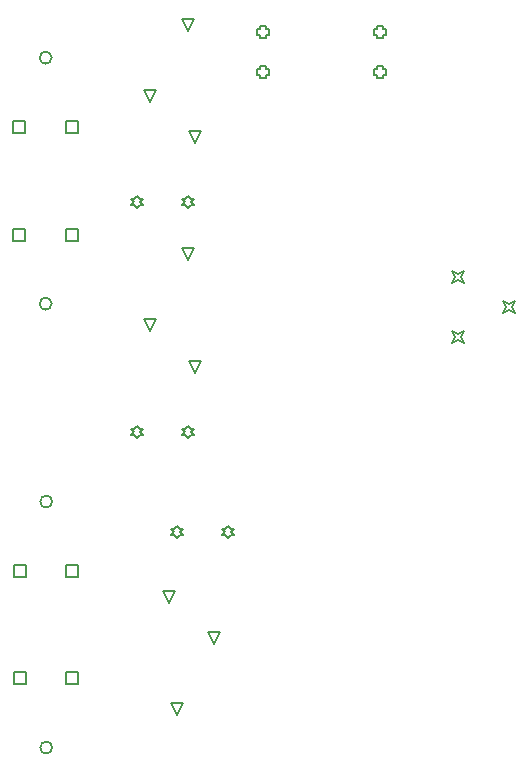
<source format=gbr>
%TF.GenerationSoftware,Altium Limited,Altium Designer,19.1.7 (138)*%
G04 Layer_Color=2752767*
%FSLAX26Y26*%
%MOIN*%
%TF.FileFunction,Drawing*%
%TF.Part,Single*%
G01*
G75*
%TA.AperFunction,NonConductor*%
%ADD39C,0.005000*%
%ADD40C,0.006667*%
D39*
X1700394Y1373465D02*
Y1413465D01*
X1740394D01*
Y1373465D01*
X1700394D01*
Y1014409D02*
Y1054409D01*
X1740394D01*
Y1014409D01*
X1700394D01*
X1525197Y1373465D02*
Y1413465D01*
X1565197D01*
Y1373465D01*
X1525197D01*
Y1014409D02*
Y1054409D01*
X1565197D01*
Y1014409D01*
X1525197D01*
X2068898Y912087D02*
X2048898Y952087D01*
X2088898D01*
X2068898Y912087D01*
X2043307Y1286102D02*
X2023307Y1326102D01*
X2063307D01*
X2043307Y1286102D01*
X2192913Y1148307D02*
X2172913Y1188307D01*
X2212913D01*
X2192913Y1148307D01*
X2238189Y1502638D02*
X2248189Y1512638D01*
X2258189D01*
X2248189Y1522638D01*
X2258189Y1532638D01*
X2248189D01*
X2238189Y1542638D01*
X2228189Y1532638D01*
X2218189D01*
X2228189Y1522638D01*
X2218189Y1512638D01*
X2228189D01*
X2238189Y1502638D01*
X2068898D02*
X2078898Y1512638D01*
X2088898D01*
X2078898Y1522638D01*
X2088898Y1532638D01*
X2078898D01*
X2068898Y1542638D01*
X2058898Y1532638D01*
X2048898D01*
X2058898Y1522638D01*
X2048898Y1512638D01*
X2058898D01*
X2068898Y1502638D01*
X1523228Y2494110D02*
Y2534110D01*
X1563228D01*
Y2494110D01*
X1523228D01*
Y2853165D02*
Y2893165D01*
X1563228D01*
Y2853165D01*
X1523228D01*
X1698425Y2494110D02*
Y2534110D01*
X1738425D01*
Y2494110D01*
X1698425D01*
Y2853165D02*
Y2893165D01*
X1738425D01*
Y2853165D01*
X1698425D01*
X2985704Y2351063D02*
X2995704Y2371063D01*
X2985704Y2391063D01*
X3005704Y2381063D01*
X3025704Y2391063D01*
X3015704Y2371063D01*
X3025704Y2351063D01*
X3005704Y2361063D01*
X2985704Y2351063D01*
X3156181Y2252638D02*
X3166181Y2272638D01*
X3156181Y2292638D01*
X3176181Y2282638D01*
X3196181Y2292638D01*
X3186181Y2272638D01*
X3196181Y2252638D01*
X3176181Y2262638D01*
X3156181Y2252638D01*
X2985704Y2154213D02*
X2995704Y2174213D01*
X2985704Y2194213D01*
X3005704Y2184213D01*
X3025704Y2194213D01*
X3015704Y2174213D01*
X3025704Y2154213D01*
X3005704Y2164213D01*
X2985704Y2154213D01*
X2104331Y1837377D02*
X2114331Y1847377D01*
X2124331D01*
X2114331Y1857377D01*
X2124331Y1867377D01*
X2114331D01*
X2104331Y1877377D01*
X2094331Y1867377D01*
X2084331D01*
X2094331Y1857377D01*
X2084331Y1847377D01*
X2094331D01*
X2104331Y1837377D01*
X1935039D02*
X1945039Y1847377D01*
X1955039D01*
X1945039Y1857377D01*
X1955039Y1867377D01*
X1945039D01*
X1935039Y1877377D01*
X1925039Y1867377D01*
X1915039D01*
X1925039Y1857377D01*
X1915039Y1847377D01*
X1925039D01*
X1935039Y1837377D01*
X1980315Y2191708D02*
X1960315Y2231708D01*
X2000315D01*
X1980315Y2191708D01*
X2129921Y2053913D02*
X2109921Y2093913D01*
X2149921D01*
X2129921Y2053913D01*
X2104331Y2427928D02*
X2084331Y2467928D01*
X2124331D01*
X2104331Y2427928D01*
Y2601157D02*
X2114331Y2611157D01*
X2124331D01*
X2114331Y2621157D01*
X2124331Y2631157D01*
X2114331D01*
X2104331Y2641157D01*
X2094331Y2631157D01*
X2084331D01*
X2094331Y2621157D01*
X2084331Y2611157D01*
X2094331D01*
X2104331Y2601157D01*
X1935039D02*
X1945039Y2611157D01*
X1955039D01*
X1945039Y2621157D01*
X1955039Y2631157D01*
X1945039D01*
X1935039Y2641157D01*
X1925039Y2631157D01*
X1915039D01*
X1925039Y2621157D01*
X1915039Y2611157D01*
X1925039D01*
X1935039Y2601157D01*
X1980315Y2955487D02*
X1960315Y2995487D01*
X2000315D01*
X1980315Y2955487D01*
X2129921Y2817692D02*
X2109921Y2857692D01*
X2149921D01*
X2129921Y2817692D01*
X2104331Y3191708D02*
X2084331Y3231708D01*
X2124331D01*
X2104331Y3191708D01*
X2345630Y3180566D02*
Y3170566D01*
X2365630D01*
Y3180566D01*
X2375630D01*
Y3200566D01*
X2365630D01*
Y3210566D01*
X2345630D01*
Y3200566D01*
X2335630D01*
Y3180566D01*
X2345630D01*
X2736181D02*
Y3170566D01*
X2756181D01*
Y3180566D01*
X2766181D01*
Y3200566D01*
X2756181D01*
Y3210566D01*
X2736181D01*
Y3200566D01*
X2726181D01*
Y3180566D01*
X2736181D01*
X2345630Y3046708D02*
Y3036708D01*
X2365630D01*
Y3046708D01*
X2375630D01*
Y3066708D01*
X2365630D01*
Y3076708D01*
X2345630D01*
Y3066708D01*
X2335630D01*
Y3046708D01*
X2345630D01*
X2736181D02*
Y3036708D01*
X2756181D01*
Y3046708D01*
X2766181D01*
Y3066708D01*
X2756181D01*
Y3076708D01*
X2736181D01*
Y3066708D01*
X2726181D01*
Y3046708D01*
X2736181D01*
D40*
X1652874Y1624016D02*
G03*
X1652874Y1624016I-20000J0D01*
G01*
Y803937D02*
G03*
X1652874Y803937I-20000J0D01*
G01*
X1650906Y2283637D02*
G03*
X1650906Y2283637I-20000J0D01*
G01*
Y3103716D02*
G03*
X1650906Y3103716I-20000J0D01*
G01*
%TF.MD5,c3ab31068dc2a99b35d74d04a29a3025*%
M02*

</source>
